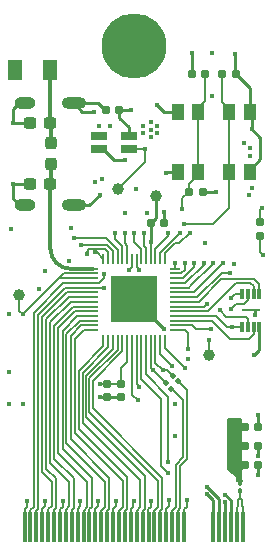
<source format=gbr>
%TF.GenerationSoftware,KiCad,Pcbnew,9.0.0*%
%TF.CreationDate,2025-02-28T21:47:30+01:00*%
%TF.ProjectId,ESP32S3_M.2_Board,45535033-3253-4335-9f4d-2e325f426f61,rev?*%
%TF.SameCoordinates,Original*%
%TF.FileFunction,Copper,L1,Top*%
%TF.FilePolarity,Positive*%
%FSLAX46Y46*%
G04 Gerber Fmt 4.6, Leading zero omitted, Abs format (unit mm)*
G04 Created by KiCad (PCBNEW 9.0.0) date 2025-02-28 21:47:30*
%MOMM*%
%LPD*%
G01*
G04 APERTURE LIST*
G04 Aperture macros list*
%AMRoundRect*
0 Rectangle with rounded corners*
0 $1 Rounding radius*
0 $2 $3 $4 $5 $6 $7 $8 $9 X,Y pos of 4 corners*
0 Add a 4 corners polygon primitive as box body*
4,1,4,$2,$3,$4,$5,$6,$7,$8,$9,$2,$3,0*
0 Add four circle primitives for the rounded corners*
1,1,$1+$1,$2,$3*
1,1,$1+$1,$4,$5*
1,1,$1+$1,$6,$7*
1,1,$1+$1,$8,$9*
0 Add four rect primitives between the rounded corners*
20,1,$1+$1,$2,$3,$4,$5,0*
20,1,$1+$1,$4,$5,$6,$7,0*
20,1,$1+$1,$6,$7,$8,$9,0*
20,1,$1+$1,$8,$9,$2,$3,0*%
G04 Aperture macros list end*
%TA.AperFunction,SMDPad,CuDef*%
%ADD10R,1.340000X0.700000*%
%TD*%
%TA.AperFunction,SMDPad,CuDef*%
%ADD11R,0.300000X0.900000*%
%TD*%
%TA.AperFunction,SMDPad,CuDef*%
%ADD12R,1.650000X0.250000*%
%TD*%
%TA.AperFunction,SMDPad,CuDef*%
%ADD13C,1.000000*%
%TD*%
%TA.AperFunction,ComponentPad*%
%ADD14O,1.800000X1.000000*%
%TD*%
%TA.AperFunction,ComponentPad*%
%ADD15O,2.100000X1.000000*%
%TD*%
%TA.AperFunction,SMDPad,CuDef*%
%ADD16RoundRect,0.160000X0.160000X-0.197500X0.160000X0.197500X-0.160000X0.197500X-0.160000X-0.197500X0*%
%TD*%
%TA.AperFunction,SMDPad,CuDef*%
%ADD17RoundRect,0.155000X-0.212500X-0.155000X0.212500X-0.155000X0.212500X0.155000X-0.212500X0.155000X0*%
%TD*%
%TA.AperFunction,SMDPad,CuDef*%
%ADD18RoundRect,0.100000X-0.162635X0.021213X0.021213X-0.162635X0.162635X-0.021213X-0.021213X0.162635X0*%
%TD*%
%TA.AperFunction,SMDPad,CuDef*%
%ADD19RoundRect,0.237500X0.237500X-0.287500X0.237500X0.287500X-0.237500X0.287500X-0.237500X-0.287500X0*%
%TD*%
%TA.AperFunction,SMDPad,CuDef*%
%ADD20RoundRect,0.050000X-0.350000X-0.050000X0.350000X-0.050000X0.350000X0.050000X-0.350000X0.050000X0*%
%TD*%
%TA.AperFunction,SMDPad,CuDef*%
%ADD21RoundRect,0.050000X-0.050000X-0.350000X0.050000X-0.350000X0.050000X0.350000X-0.050000X0.350000X0*%
%TD*%
%TA.AperFunction,HeatsinkPad*%
%ADD22R,4.000000X4.000000*%
%TD*%
%TA.AperFunction,SMDPad,CuDef*%
%ADD23RoundRect,0.237500X0.300000X0.237500X-0.300000X0.237500X-0.300000X-0.237500X0.300000X-0.237500X0*%
%TD*%
%TA.AperFunction,SMDPad,CuDef*%
%ADD24RoundRect,0.155000X0.212500X0.155000X-0.212500X0.155000X-0.212500X-0.155000X0.212500X-0.155000X0*%
%TD*%
%TA.AperFunction,SMDPad,CuDef*%
%ADD25RoundRect,0.155000X-0.155000X0.212500X-0.155000X-0.212500X0.155000X-0.212500X0.155000X0.212500X0*%
%TD*%
%TA.AperFunction,SMDPad,CuDef*%
%ADD26R,1.000000X1.450000*%
%TD*%
%TA.AperFunction,SMDPad,CuDef*%
%ADD27R,1.150000X1.800000*%
%TD*%
%TA.AperFunction,SMDPad,CuDef*%
%ADD28RoundRect,0.100000X0.100000X-0.130000X0.100000X0.130000X-0.100000X0.130000X-0.100000X-0.130000X0*%
%TD*%
%TA.AperFunction,ComponentPad*%
%ADD29C,5.500000*%
%TD*%
%TA.AperFunction,SMDPad,CuDef*%
%ADD30R,0.350000X2.500000*%
%TD*%
%TA.AperFunction,SMDPad,CuDef*%
%ADD31RoundRect,0.160000X0.197500X0.160000X-0.197500X0.160000X-0.197500X-0.160000X0.197500X-0.160000X0*%
%TD*%
%TA.AperFunction,ViaPad*%
%ADD32C,0.450000*%
%TD*%
%TA.AperFunction,Conductor*%
%ADD33C,0.250000*%
%TD*%
%TA.AperFunction,Conductor*%
%ADD34C,0.150000*%
%TD*%
%TA.AperFunction,Conductor*%
%ADD35C,0.300000*%
%TD*%
G04 APERTURE END LIST*
D10*
%TO.P,LED1,1,DO*%
%TO.N,unconnected-(LED1-DO-Pad1)*%
X225990000Y-98750000D03*
%TO.P,LED1,2,GND*%
%TO.N,Earth*%
X225990000Y-99850000D03*
%TO.P,LED1,3,DI*%
%TO.N,/GPIO46*%
X228460000Y-99850000D03*
%TO.P,LED1,4,VDD*%
%TO.N,+3V3*%
X228460000Y-98750000D03*
%TD*%
D11*
%TO.P,U4,1,~{CS}*%
%TO.N,/FLASH_QSPI_nCS*%
X238040000Y-114910000D03*
%TO.P,U4,2,DO(IO1)*%
%TO.N,/FLASH_QSPI_DO*%
X238540000Y-114910000D03*
%TO.P,U4,3,IO2*%
%TO.N,/FLASH_QSPI_nWP*%
X239040000Y-114910000D03*
%TO.P,U4,4,GND*%
%TO.N,Earth*%
X239540000Y-114910000D03*
%TO.P,U4,5,DI(IO0)*%
%TO.N,/FLASH_QSPI_DI*%
X239540000Y-112110000D03*
%TO.P,U4,6,CLK*%
%TO.N,/FLASH_QSPI_CLK*%
X239040000Y-112110000D03*
%TO.P,U4,7,IO3*%
%TO.N,/FLASH_QSPI_nH*%
X238540000Y-112110000D03*
%TO.P,U4,8,VCC*%
%TO.N,VDD_SPI*%
X238040000Y-112110000D03*
D12*
%TO.P,U4,9,EP*%
%TO.N,Earth*%
X238790000Y-113510000D03*
%TD*%
D13*
%TO.P,TP10,1,1*%
%TO.N,/GPIO46*%
X227525000Y-103250000D03*
%TD*%
D14*
%TO.P,J1,S1,SHIELD*%
%TO.N,Earth*%
X219685000Y-104620000D03*
D15*
X223865000Y-104620000D03*
D14*
X219685000Y-95980000D03*
D15*
X223865000Y-95980000D03*
%TD*%
D16*
%TO.P,R5,1*%
%TO.N,VBUS*%
X239550000Y-107197500D03*
%TO.P,R5,2*%
%TO.N,Net-(U2-EN)*%
X239550000Y-106002500D03*
%TD*%
D17*
%TO.P,C16,1*%
%TO.N,+3V3*%
X230340000Y-106075000D03*
%TO.P,C16,2*%
%TO.N,Earth*%
X231475000Y-106075000D03*
%TD*%
D18*
%TO.P,R3,1*%
%TO.N,/USB_D-*%
X231623726Y-119673726D03*
%TO.P,R3,2*%
%TO.N,/M.2_USB_D-*%
X232076274Y-120126274D03*
%TD*%
D19*
%TO.P,L3,1,1*%
%TO.N,/RF1*%
X221875000Y-101075000D03*
%TO.P,L3,2,2*%
%TO.N,/RF2*%
X221875000Y-99325000D03*
%TD*%
D20*
%TO.P,U3,1,LNA_IN*%
%TO.N,/RF1*%
X225485000Y-109980000D03*
%TO.P,U3,2,VDD3P3*%
%TO.N,+3V3_RF*%
X225485000Y-110380000D03*
%TO.P,U3,3,VDD3P3*%
X225485000Y-110780000D03*
%TO.P,U3,4,CHIP_PU*%
%TO.N,/CHIP_PU*%
X225485000Y-111180000D03*
%TO.P,U3,5,GPIO0*%
%TO.N,/CHIP_BOOT*%
X225485000Y-111580000D03*
%TO.P,U3,6,GPIO1*%
%TO.N,/GPIO1*%
X225485000Y-111980000D03*
%TO.P,U3,7,GPIO2*%
%TO.N,/GPIO2*%
X225485000Y-112380000D03*
%TO.P,U3,8,GPIO3*%
%TO.N,/GPIO3*%
X225485000Y-112780000D03*
%TO.P,U3,9,GPIO4*%
%TO.N,/GPIO4*%
X225485000Y-113180000D03*
%TO.P,U3,10,GPIO5*%
%TO.N,/GPIO5*%
X225485000Y-113580000D03*
%TO.P,U3,11,GPIO6*%
%TO.N,/GPIO6*%
X225485000Y-113980000D03*
%TO.P,U3,12,GPIO7*%
%TO.N,/GPIO7*%
X225485000Y-114380000D03*
%TO.P,U3,13,GPIO8*%
%TO.N,/GPIO8*%
X225485000Y-114780000D03*
%TO.P,U3,14,GPIO9*%
%TO.N,/GPIO9*%
X225485000Y-115180000D03*
D21*
%TO.P,U3,15,GPIO10*%
%TO.N,/GPIO10*%
X226335000Y-116030000D03*
%TO.P,U3,16,GPIO11*%
%TO.N,/GPIO11*%
X226735000Y-116030000D03*
%TO.P,U3,17,GPIO12*%
%TO.N,/GPIO12*%
X227135000Y-116030000D03*
%TO.P,U3,18,GPIO13*%
%TO.N,/GPIO13*%
X227535000Y-116030000D03*
%TO.P,U3,19,GPIO14*%
%TO.N,/GPIO14*%
X227935000Y-116030000D03*
%TO.P,U3,20,VDD3P3_RTC*%
%TO.N,+3V3*%
X228335000Y-116030000D03*
%TO.P,U3,21,XTAL_32K_P*%
%TO.N,/OSC32_IN*%
X228735000Y-116030000D03*
%TO.P,U3,22,XTAL_32K_N*%
%TO.N,/OSC32_OUT*%
X229135000Y-116030000D03*
%TO.P,U3,23,GPIO17*%
%TO.N,/GPIO17*%
X229535000Y-116030000D03*
%TO.P,U3,24,GPIO18*%
%TO.N,/GPIO18*%
X229935000Y-116030000D03*
%TO.P,U3,25,GPIO19/USB_D-*%
%TO.N,/USB_D-*%
X230335000Y-116030000D03*
%TO.P,U3,26,GPIO20/USB_D+*%
%TO.N,/USB_D+*%
X230735000Y-116030000D03*
%TO.P,U3,27,GPIO21*%
%TO.N,/GPIO21*%
X231135000Y-116030000D03*
%TO.P,U3,28,SPICS1*%
%TO.N,/SPICS1*%
X231535000Y-116030000D03*
D20*
%TO.P,U3,29,VDD_SPI*%
%TO.N,VDD_SPI*%
X232385000Y-115180000D03*
%TO.P,U3,30,SPIHD*%
%TO.N,/FLASH_QSPI_nH*%
X232385000Y-114780000D03*
%TO.P,U3,31,SPIWP*%
%TO.N,/FLASH_QSPI_nWP*%
X232385000Y-114380000D03*
%TO.P,U3,32,SPICS0*%
%TO.N,/FLASH_QSPI_nCS*%
X232385000Y-113980000D03*
%TO.P,U3,33,SPICLK*%
%TO.N,/FLASH_QSPI_CLK*%
X232385000Y-113580000D03*
%TO.P,U3,34,SPIQ*%
%TO.N,/FLASH_QSPI_DO*%
X232385000Y-113180000D03*
%TO.P,U3,35,SPID*%
%TO.N,/FLASH_QSPI_DI*%
X232385000Y-112780000D03*
%TO.P,U3,36,SPICLK_N*%
%TO.N,/SPICLK_N*%
X232385000Y-112380000D03*
%TO.P,U3,37,SPICLK_P*%
%TO.N,/SPICLK_P*%
X232385000Y-111980000D03*
%TO.P,U3,38,GPIO33*%
%TO.N,/GPIO33*%
X232385000Y-111580000D03*
%TO.P,U3,39,GPIO34*%
%TO.N,/GPIO34*%
X232385000Y-111180000D03*
%TO.P,U3,40,GPIO35*%
%TO.N,/GPIO35*%
X232385000Y-110780000D03*
%TO.P,U3,41,GPIO36*%
%TO.N,/GPIO36*%
X232385000Y-110380000D03*
%TO.P,U3,42,GPIO37*%
%TO.N,/GPIO37*%
X232385000Y-109980000D03*
D21*
%TO.P,U3,43,GPIO38*%
%TO.N,/GPIO38*%
X231535000Y-109130000D03*
%TO.P,U3,44,MTCK*%
%TO.N,/MTCK*%
X231135000Y-109130000D03*
%TO.P,U3,45,MTDO*%
%TO.N,/MTDO*%
X230735000Y-109130000D03*
%TO.P,U3,46,VDD3P3_CPU*%
%TO.N,+3V3*%
X230335000Y-109130000D03*
%TO.P,U3,47,MTDI*%
%TO.N,/MTDI*%
X229935000Y-109130000D03*
%TO.P,U3,48,MTMS*%
%TO.N,/MTMS*%
X229535000Y-109130000D03*
%TO.P,U3,49,U0TXD*%
%TO.N,/U0TXD*%
X229135000Y-109130000D03*
%TO.P,U3,50,U0RXD*%
%TO.N,/U0RXD*%
X228735000Y-109130000D03*
%TO.P,U3,51,GPIO45*%
%TO.N,/GPIO45*%
X228335000Y-109130000D03*
%TO.P,U3,52,GPIO46*%
%TO.N,/GPIO46*%
X227935000Y-109130000D03*
%TO.P,U3,53,XTAL_N*%
%TO.N,/OSC_OUT*%
X227535000Y-109130000D03*
%TO.P,U3,54,XTAL_P*%
%TO.N,/OSC_IN*%
X227135000Y-109130000D03*
%TO.P,U3,55,VDDA*%
%TO.N,+3V3*%
X226735000Y-109130000D03*
%TO.P,U3,56,VDDA*%
X226335000Y-109130000D03*
D22*
%TO.P,U3,57,GND*%
%TO.N,Earth*%
X228935000Y-112580000D03*
%TD*%
D23*
%TO.P,C15,1*%
%TO.N,/RF2*%
X221812500Y-97675000D03*
%TO.P,C15,2*%
%TO.N,Earth*%
X220087500Y-97675000D03*
%TD*%
D24*
%TO.P,C23,1*%
%TO.N,+3V3*%
X227667500Y-96550000D03*
%TO.P,C23,2*%
%TO.N,Earth*%
X226532500Y-96550000D03*
%TD*%
D25*
%TO.P,C18,1*%
%TO.N,+3V3*%
X226650000Y-119707500D03*
%TO.P,C18,2*%
%TO.N,Earth*%
X226650000Y-120842500D03*
%TD*%
D26*
%TO.P,RST1,1,1*%
%TO.N,Earth*%
X232625000Y-101825000D03*
X232625000Y-96675000D03*
%TO.P,RST1,2,2*%
%TO.N,/CHIP_PU*%
X234325000Y-101825000D03*
X234325000Y-96675000D03*
%TD*%
D17*
%TO.P,C2,1*%
%TO.N,+3V3*%
X238282500Y-126575000D03*
%TO.P,C2,2*%
%TO.N,Earth*%
X239417500Y-126575000D03*
%TD*%
D23*
%TO.P,C12,1*%
%TO.N,/RF1*%
X221837500Y-102825000D03*
%TO.P,C12,2*%
%TO.N,Earth*%
X220112500Y-102825000D03*
%TD*%
D27*
%TO.P,ANT1,1,FEED*%
%TO.N,/RF2*%
X221825000Y-93150000D03*
%TO.P,ANT1,2,NC*%
%TO.N,unconnected-(ANT1-NC-Pad2)*%
X218825000Y-93150000D03*
%TD*%
D25*
%TO.P,C11,1*%
%TO.N,+3V3*%
X227800000Y-119707500D03*
%TO.P,C11,2*%
%TO.N,Earth*%
X227800000Y-120842500D03*
%TD*%
D17*
%TO.P,C1,1*%
%TO.N,+3V3*%
X238290000Y-123375000D03*
%TO.P,C1,2*%
%TO.N,Earth*%
X239425000Y-123375000D03*
%TD*%
D13*
%TO.P,TP9,1,1*%
%TO.N,VDD_SPI*%
X235300000Y-117300000D03*
%TD*%
D18*
%TO.P,R4,1*%
%TO.N,/USB_D+*%
X232223726Y-119073726D03*
%TO.P,R4,2*%
%TO.N,/M.2_USB_D+*%
X232676274Y-119526274D03*
%TD*%
D28*
%TO.P,JP1,1,A*%
%TO.N,Net-(J2-1)*%
X237900000Y-128770000D03*
%TO.P,JP1,2,B*%
%TO.N,+3V3*%
X237900000Y-128130000D03*
%TD*%
D17*
%TO.P,C3,1*%
%TO.N,+3V3*%
X238290000Y-124975000D03*
%TO.P,C3,2*%
%TO.N,Earth*%
X239425000Y-124975000D03*
%TD*%
D13*
%TO.P,TP5,1,1*%
%TO.N,+3V3_RF*%
X219200000Y-112200000D03*
%TD*%
D29*
%TO.P,J2,MOUNTING-HOLE,MP1*%
%TO.N,unconnected-(J2-MP1-PadMOUNTING-HOLE)*%
X228900000Y-91100000D03*
D30*
%TO.P,J2,P$1,1*%
%TO.N,Net-(J2-1)*%
X238150000Y-131850000D03*
%TO.P,J2,P$3,3*%
X237650000Y-131850000D03*
%TO.P,J2,P$5,5*%
%TO.N,Earth*%
X237150000Y-131850000D03*
%TO.P,J2,P$7,7*%
X236650000Y-131850000D03*
%TO.P,J2,P$9,9*%
X236150000Y-131850000D03*
%TO.P,J2,P$11,11*%
X235650000Y-131850000D03*
%TO.P,J2,P$21,21*%
X233150000Y-131850000D03*
%TO.P,J2,P$23,23*%
%TO.N,/M.2_USB_D+*%
X232650000Y-131850000D03*
%TO.P,J2,P$25,25*%
%TO.N,/M.2_USB_D-*%
X232150000Y-131850000D03*
%TO.P,J2,P$27,27*%
%TO.N,Earth*%
X231650000Y-131850000D03*
%TO.P,J2,P$29,29*%
%TO.N,/GPIO14*%
X231150000Y-131850000D03*
%TO.P,J2,P$31,31*%
%TO.N,/GPIO13*%
X230650000Y-131850000D03*
%TO.P,J2,P$33,33*%
%TO.N,Earth*%
X230150000Y-131850000D03*
%TO.P,J2,P$35,35*%
%TO.N,/GPIO12*%
X229650000Y-131850000D03*
%TO.P,J2,P$37,37*%
%TO.N,/GPIO11*%
X229150000Y-131850000D03*
%TO.P,J2,P$39,39*%
%TO.N,Earth*%
X228650000Y-131850000D03*
%TO.P,J2,P$41,41*%
%TO.N,/GPIO10*%
X228150000Y-131850000D03*
%TO.P,J2,P$43,43*%
%TO.N,/GPIO9*%
X227650000Y-131850000D03*
%TO.P,J2,P$45,45*%
%TO.N,Earth*%
X227150000Y-131850000D03*
%TO.P,J2,P$47,47*%
%TO.N,/GPIO8*%
X226650000Y-131850000D03*
%TO.P,J2,P$49,49*%
%TO.N,/GPIO7*%
X226150000Y-131850000D03*
%TO.P,J2,P$51,51*%
%TO.N,Earth*%
X225650000Y-131850000D03*
%TO.P,J2,P$53,53*%
%TO.N,/GPIO6*%
X225150000Y-131850000D03*
%TO.P,J2,P$55,55*%
%TO.N,/GPIO5*%
X224650000Y-131850000D03*
%TO.P,J2,P$57,57*%
%TO.N,Earth*%
X224150000Y-131850000D03*
%TO.P,J2,P$59,59*%
%TO.N,/GPIO4*%
X223650000Y-131850000D03*
%TO.P,J2,P$61,61*%
%TO.N,/GPIO3*%
X223150000Y-131850000D03*
%TO.P,J2,P$63,63*%
%TO.N,Earth*%
X222650000Y-131850000D03*
%TO.P,J2,P$65,65*%
%TO.N,/GPIO2*%
X222150000Y-131850000D03*
%TO.P,J2,P$67,67*%
%TO.N,/GPIO1*%
X221650000Y-131850000D03*
%TO.P,J2,P$69,69*%
%TO.N,Earth*%
X221150000Y-131850000D03*
%TO.P,J2,P$71,71*%
%TO.N,/CHIP_BOOT*%
X220650000Y-131850000D03*
%TO.P,J2,P$73,73*%
%TO.N,/CHIP_PU*%
X220150000Y-131850000D03*
%TO.P,J2,P$75,75*%
%TO.N,Earth*%
X219650000Y-131850000D03*
%TD*%
D31*
%TO.P,R10,1*%
%TO.N,+3V3*%
X234797500Y-103450000D03*
%TO.P,R10,2*%
%TO.N,/CHIP_PU*%
X233602500Y-103450000D03*
%TD*%
D13*
%TO.P,TP7,1,1*%
%TO.N,+3V3*%
X230750000Y-103850000D03*
%TD*%
D24*
%TO.P,C25,1*%
%TO.N,/CHIP_PU*%
X234967500Y-93525000D03*
%TO.P,C25,2*%
%TO.N,Earth*%
X233832500Y-93525000D03*
%TD*%
D17*
%TO.P,C26,1*%
%TO.N,/CHIP_BOOT*%
X236382500Y-93525000D03*
%TO.P,C26,2*%
%TO.N,Earth*%
X237517500Y-93525000D03*
%TD*%
D26*
%TO.P,BOOT1,1,1*%
%TO.N,Earth*%
X238700000Y-96675000D03*
X238700000Y-101825000D03*
%TO.P,BOOT1,2,2*%
%TO.N,/CHIP_BOOT*%
X237000000Y-96675000D03*
X237000000Y-101825000D03*
%TD*%
D32*
%TO.N,VBUS*%
X230325000Y-98850000D03*
X230325000Y-97595997D03*
X226250000Y-102350000D03*
X229100000Y-103200000D03*
X225600000Y-102675000D03*
X230900000Y-98529003D03*
X239850000Y-108850000D03*
X226875000Y-97900000D03*
X230900000Y-97925000D03*
X230325000Y-98200000D03*
X229725000Y-98500000D03*
X225950000Y-97900000D03*
X229725000Y-97925000D03*
%TO.N,Earth*%
X222880000Y-129650000D03*
X235550000Y-95350000D03*
X239150000Y-113900000D03*
X218700000Y-97650000D03*
X224390000Y-129635000D03*
X232425000Y-124125000D03*
X230875000Y-96100000D03*
X218548439Y-106630888D03*
X218365000Y-121475000D03*
X231500000Y-105175000D03*
X237500000Y-91800000D03*
X218365000Y-118690000D03*
X225575000Y-96675000D03*
X228200000Y-100750000D03*
X231650000Y-101850000D03*
X239425000Y-122400000D03*
X218700000Y-102825000D03*
X233390000Y-129582500D03*
X219880000Y-129677500D03*
X236650000Y-129725000D03*
X225915000Y-129632500D03*
X239425000Y-125800000D03*
X231450000Y-115075000D03*
X228880000Y-129625000D03*
X220899569Y-111701651D03*
X218350000Y-113825000D03*
X234900000Y-107800000D03*
X223575000Y-106550000D03*
X238900000Y-98175000D03*
X235100000Y-129050000D03*
X233500000Y-117600000D03*
X233850000Y-91750000D03*
X226000000Y-120850000D03*
X231880000Y-129597500D03*
X221400000Y-110150000D03*
X236650000Y-129120997D03*
X239100000Y-117300000D03*
X232400000Y-121450000D03*
X221390000Y-129677500D03*
X230390000Y-129625000D03*
X239425000Y-127425000D03*
X223400000Y-109300000D03*
X226000000Y-103700000D03*
X227390000Y-129625000D03*
X235100000Y-128445997D03*
%TO.N,+3V3*%
X238875000Y-103150000D03*
X225600000Y-108600000D03*
X224900000Y-108750000D03*
X237375000Y-123200000D03*
X238650000Y-103725000D03*
X235825000Y-103450000D03*
X238750000Y-100425000D03*
X226025000Y-119700000D03*
X237375000Y-123925000D03*
X235550000Y-91750000D03*
X237375000Y-125375000D03*
X238750000Y-99775000D03*
X219500000Y-121475000D03*
X228625000Y-96550000D03*
X230340000Y-107735000D03*
X237375000Y-124650000D03*
X238275000Y-99350000D03*
X237400000Y-109550000D03*
%TO.N,/OSC_IN*%
X224425000Y-107975000D03*
%TO.N,/OSC_OUT*%
X223825000Y-107350000D03*
%TO.N,/OSC32_IN*%
X229225000Y-121125000D03*
%TO.N,/OSC32_OUT*%
X229365000Y-119960000D03*
%TO.N,VDD_SPI*%
X235300000Y-116000000D03*
X237100000Y-112500000D03*
X233500000Y-116750000D03*
%TO.N,/USB_D+*%
X230050000Y-105250000D03*
X231406100Y-118593900D03*
%TO.N,/USB_D-*%
X228150000Y-105250000D03*
X230537200Y-118562800D03*
%TO.N,/FLASH_QSPI_nCS*%
X237200000Y-114910000D03*
%TO.N,/FLASH_QSPI_nH*%
X237100000Y-113412500D03*
X235440000Y-115085000D03*
%TO.N,/FLASH_QSPI_DO*%
X235065000Y-112935000D03*
X236165000Y-113510000D03*
%TO.N,+3V3_RF*%
X219500000Y-113825000D03*
%TO.N,/CHIP_PU*%
X233000000Y-104925000D03*
X226375000Y-110450000D03*
%TO.N,/CHIP_BOOT*%
X226350000Y-111575000D03*
X233125000Y-106175000D03*
%TO.N,/GPIO33*%
X235640000Y-109460000D03*
%TO.N,/GPIO18*%
X231840000Y-126385000D03*
%TO.N,/GPIO35*%
X234015000Y-109460000D03*
%TO.N,/GPIO21*%
X232137500Y-118187500D03*
%TO.N,/SPICLK_P*%
X236465000Y-109460000D03*
%TO.N,/MTCK*%
X232825000Y-106950000D03*
%TO.N,/GPIO37*%
X232390000Y-109460000D03*
%TO.N,/GPIO17*%
X231827500Y-127297500D03*
%TO.N,/MTDO*%
X231800000Y-106950000D03*
%TO.N,/GPIO34*%
X234815000Y-109460000D03*
%TO.N,/U0RXD*%
X228515000Y-110060000D03*
%TO.N,/U0TXD*%
X229340000Y-110060000D03*
%TO.N,/SPICS1*%
X233212500Y-118412500D03*
%TO.N,/MTDI*%
X229740000Y-106960000D03*
%TO.N,/GPIO36*%
X233215000Y-109460000D03*
%TO.N,/GPIO46*%
X229825000Y-99850000D03*
X227315000Y-106960000D03*
%TO.N,/SPICLK_N*%
X237015000Y-110310000D03*
%TO.N,/MTMS*%
X228940000Y-106960000D03*
%TO.N,/GPIO38*%
X233625000Y-106950000D03*
%TO.N,/GPIO45*%
X228140000Y-106960000D03*
%TO.N,Net-(U2-EN)*%
X239775000Y-104800000D03*
%TD*%
D33*
%TO.N,Earth*%
X223865000Y-95980000D02*
X224560000Y-96675000D01*
X224560000Y-96675000D02*
X225575000Y-96675000D01*
X223865000Y-104620000D02*
X225080000Y-104620000D01*
X225080000Y-104620000D02*
X226000000Y-103700000D01*
X218700000Y-104075000D02*
X218700000Y-102825000D01*
X219245000Y-104620000D02*
X218700000Y-104075000D01*
X219685000Y-104620000D02*
X219245000Y-104620000D01*
X223865000Y-95980000D02*
X225887500Y-95980000D01*
X226457500Y-96550000D02*
X225887500Y-95980000D01*
X226532500Y-96550000D02*
X226457500Y-96550000D01*
X218700000Y-96450000D02*
X218700000Y-97650000D01*
X219170000Y-95980000D02*
X218700000Y-96450000D01*
X219685000Y-95980000D02*
X219170000Y-95980000D01*
D34*
%TO.N,/USB_D+*%
X231743900Y-118593900D02*
X232223726Y-119073726D01*
X231406100Y-118593900D02*
X231743900Y-118593900D01*
X230735000Y-117922800D02*
X230735000Y-116030000D01*
X231406100Y-118593900D02*
X230735000Y-117922800D01*
%TO.N,/GPIO21*%
X231135000Y-117185000D02*
X231135000Y-116030000D01*
X232137500Y-118187500D02*
X231135000Y-117185000D01*
%TO.N,/SPICS1*%
X231535000Y-116735000D02*
X231535000Y-116030000D01*
X233212500Y-118412500D02*
X231535000Y-116735000D01*
%TO.N,/FLASH_QSPI_nWP*%
X237500000Y-115900000D02*
X238625000Y-115900000D01*
D33*
%TO.N,Earth*%
X230875000Y-96100000D02*
X231450000Y-96675000D01*
X231450000Y-96675000D02*
X232625000Y-96675000D01*
D34*
%TO.N,/GPIO46*%
X229825000Y-100950000D02*
X229825000Y-99850000D01*
X227525000Y-103250000D02*
X229825000Y-100950000D01*
%TO.N,/GPIO14*%
X227935000Y-116940000D02*
X227935000Y-116030000D01*
X225420000Y-119455000D02*
X227935000Y-116940000D01*
X225420000Y-121765000D02*
X225420000Y-119455000D01*
X231150000Y-130460000D02*
X231315000Y-130295000D01*
X231150000Y-131860000D02*
X231150000Y-130460000D01*
X231315000Y-130295000D02*
X231315000Y-127660000D01*
X231315000Y-127660000D02*
X225420000Y-121765000D01*
%TO.N,/GPIO10*%
X224250000Y-118625000D02*
X226335000Y-116540000D01*
X228315000Y-127590000D02*
X224250000Y-123525000D01*
X226335000Y-116540000D02*
X226335000Y-116030000D01*
X228315000Y-130295000D02*
X228315000Y-127590000D01*
X228150000Y-130460000D02*
X228315000Y-130295000D01*
X224250000Y-123525000D02*
X224250000Y-118625000D01*
X228150000Y-131860000D02*
X228150000Y-130460000D01*
%TO.N,/GPIO12*%
X227135000Y-116765000D02*
X227135000Y-116030000D01*
X224866000Y-119034000D02*
X227135000Y-116765000D01*
X224866000Y-122566000D02*
X224866000Y-119034000D01*
X229650000Y-130460000D02*
X229815000Y-130295000D01*
X229815000Y-130295000D02*
X229815000Y-127515000D01*
X229815000Y-127515000D02*
X224866000Y-122566000D01*
X229650000Y-131860000D02*
X229650000Y-130460000D01*
%TO.N,/GPIO13*%
X225143000Y-122143000D02*
X230965000Y-127965000D01*
X227535000Y-116865000D02*
X225143000Y-119257000D01*
X230965000Y-127965000D02*
X230965000Y-130145000D01*
X230965000Y-130145000D02*
X230650000Y-130460000D01*
X227535000Y-116030000D02*
X227535000Y-116865000D01*
X225143000Y-119257000D02*
X225143000Y-122143000D01*
X230650000Y-130460000D02*
X230650000Y-131860000D01*
%TO.N,/GPIO11*%
X226735000Y-116640000D02*
X224589000Y-118786000D01*
%TO.N,+3V3_RF*%
X219200000Y-113525000D02*
X219500000Y-113825000D01*
X219200000Y-112200000D02*
X219200000Y-113525000D01*
%TO.N,VDD_SPI*%
X233230000Y-115180000D02*
X232385000Y-115180000D01*
X233500000Y-115450000D02*
X233230000Y-115180000D01*
X233500000Y-116750000D02*
X233500000Y-115450000D01*
X235300000Y-117300000D02*
X235300000Y-116000000D01*
%TO.N,VBUS*%
X239850000Y-108850000D02*
X239550000Y-108550000D01*
X239550000Y-108550000D02*
X239550000Y-107197500D01*
%TO.N,Earth*%
X231890000Y-130110000D02*
X231890000Y-129717500D01*
X222640000Y-131870000D02*
X222640000Y-130360000D01*
D33*
X236650000Y-131850000D02*
X236650000Y-129725000D01*
D34*
X227390000Y-129697500D02*
X227380000Y-129687500D01*
D33*
X238700000Y-101825000D02*
X238700000Y-101625000D01*
X239425000Y-123375000D02*
X239425000Y-122400000D01*
D34*
X231890000Y-129717500D02*
X231865000Y-129692500D01*
D33*
X237125000Y-129595997D02*
X237125000Y-131825000D01*
X239425000Y-127425000D02*
X239425000Y-126582500D01*
X238700000Y-94707500D02*
X237517500Y-93525000D01*
D34*
X231635000Y-130365000D02*
X231890000Y-130110000D01*
X219880000Y-130120000D02*
X219880000Y-129677500D01*
X221150000Y-130350000D02*
X221390000Y-130110000D01*
X225915000Y-129732500D02*
X225870000Y-129687500D01*
X224140000Y-130360000D02*
X224390000Y-130110000D01*
D33*
X231500000Y-105175000D02*
X231500000Y-106050000D01*
X239100000Y-117300000D02*
X239540000Y-116860000D01*
X235650000Y-131850000D02*
X235650000Y-129600000D01*
X233850000Y-91750000D02*
X233832500Y-91767500D01*
X239625000Y-98900000D02*
X238900000Y-98175000D01*
X236150000Y-129495997D02*
X236150000Y-131850000D01*
X218725000Y-97675000D02*
X218700000Y-97650000D01*
X238900000Y-98175000D02*
X238900000Y-96875000D01*
D34*
X219650000Y-130350000D02*
X219880000Y-130120000D01*
X233385000Y-129702500D02*
X233375000Y-129692500D01*
D33*
X239540000Y-116860000D02*
X239540000Y-114910000D01*
D34*
X225915000Y-130085000D02*
X225915000Y-129732500D01*
X221150000Y-131860000D02*
X221150000Y-130350000D01*
X225640000Y-131870000D02*
X225640000Y-130360000D01*
D33*
X228935000Y-112585000D02*
X228935000Y-112580000D01*
X226000000Y-120850000D02*
X226007500Y-120842500D01*
D34*
X222640000Y-130360000D02*
X222870000Y-130130000D01*
D33*
X233832500Y-91767500D02*
X233832500Y-93525000D01*
X220112500Y-102825000D02*
X218700000Y-102825000D01*
X226007500Y-120842500D02*
X226650000Y-120842500D01*
X231675000Y-101825000D02*
X232625000Y-101825000D01*
D34*
X228875000Y-130125000D02*
X228875000Y-129682500D01*
X225640000Y-130360000D02*
X225915000Y-130085000D01*
X230145000Y-130355000D02*
X230385000Y-130115000D01*
D33*
X227200000Y-100750000D02*
X226300000Y-99850000D01*
X237125000Y-131825000D02*
X237150000Y-131850000D01*
D34*
X233135000Y-130365000D02*
X233385000Y-130115000D01*
D33*
X236650000Y-129120997D02*
X237125000Y-129595997D01*
X239425000Y-124975000D02*
X239425000Y-125800000D01*
X235650000Y-129600000D02*
X235100000Y-129050000D01*
X226300000Y-99850000D02*
X225990000Y-99850000D01*
X235100000Y-128445997D02*
X236150000Y-129495997D01*
X237500000Y-91800000D02*
X237500000Y-93507500D01*
D34*
X219650000Y-131860000D02*
X219650000Y-130350000D01*
X230385000Y-130115000D02*
X230385000Y-129682500D01*
D33*
X239425000Y-126582500D02*
X239417500Y-126575000D01*
D34*
X227140000Y-130360000D02*
X227390000Y-130110000D01*
D33*
X239625000Y-100700000D02*
X239625000Y-98900000D01*
X238700000Y-101625000D02*
X239625000Y-100700000D01*
D34*
X224390000Y-130110000D02*
X224390000Y-129697500D01*
X227140000Y-131870000D02*
X227140000Y-130360000D01*
D33*
X228200000Y-100750000D02*
X227200000Y-100750000D01*
X220087500Y-97675000D02*
X218725000Y-97675000D01*
X231500000Y-106050000D02*
X231475000Y-106075000D01*
D34*
X233385000Y-130115000D02*
X233385000Y-129702500D01*
X228645000Y-130355000D02*
X228875000Y-130125000D01*
D33*
X237500000Y-93507500D02*
X237517500Y-93525000D01*
D34*
X227390000Y-130110000D02*
X227390000Y-129697500D01*
D33*
X238900000Y-96875000D02*
X238700000Y-96675000D01*
D34*
X221390000Y-130110000D02*
X221390000Y-129677500D01*
X230145000Y-131865000D02*
X230145000Y-130355000D01*
X224390000Y-129697500D02*
X224380000Y-129687500D01*
D33*
X239150000Y-113525000D02*
X239150000Y-113900000D01*
D34*
X228645000Y-131865000D02*
X228645000Y-130355000D01*
D33*
X231450000Y-115075000D02*
X231425000Y-115075000D01*
X238700000Y-96675000D02*
X238700000Y-94707500D01*
D34*
X233135000Y-131875000D02*
X233135000Y-130365000D01*
X222870000Y-130130000D02*
X222870000Y-129687500D01*
D33*
X231425000Y-115075000D02*
X228935000Y-112585000D01*
D34*
X224140000Y-131870000D02*
X224140000Y-130360000D01*
D33*
X231650000Y-101850000D02*
X231675000Y-101825000D01*
X226650000Y-120842500D02*
X227800000Y-120842500D01*
D34*
X231635000Y-131875000D02*
X231635000Y-130365000D01*
%TO.N,+3V3*%
X224900000Y-108550000D02*
X225150000Y-108300000D01*
D33*
X230340000Y-106075000D02*
X230345000Y-106080000D01*
D34*
X226450000Y-108300000D02*
X226735000Y-108585000D01*
D33*
X230345000Y-107730000D02*
X230340000Y-107735000D01*
D34*
X226735000Y-108585000D02*
X226735000Y-109130000D01*
X225150000Y-108300000D02*
X226450000Y-108300000D01*
X226032500Y-119707500D02*
X226025000Y-119700000D01*
X225805000Y-108600000D02*
X226335000Y-109130000D01*
X226650000Y-119707500D02*
X227800000Y-119707500D01*
D33*
X227667500Y-96550000D02*
X227667500Y-97192500D01*
X227667500Y-96550000D02*
X228625000Y-96550000D01*
X237900000Y-128130000D02*
X237900000Y-126957500D01*
X227667500Y-97192500D02*
X228460000Y-97985000D01*
X230750000Y-105665000D02*
X230340000Y-106075000D01*
X230750000Y-103850000D02*
X230750000Y-105665000D01*
D34*
X228335000Y-117865000D02*
X227800000Y-118400000D01*
X226650000Y-119707500D02*
X226032500Y-119707500D01*
D33*
X230345000Y-106080000D02*
X230345000Y-107730000D01*
D34*
X224900000Y-108750000D02*
X224900000Y-108550000D01*
X230335000Y-109130000D02*
X230335000Y-107740000D01*
D33*
X228460000Y-97985000D02*
X228460000Y-98750000D01*
D34*
X228335000Y-116030000D02*
X228335000Y-117865000D01*
X225600000Y-108600000D02*
X225805000Y-108600000D01*
D33*
X234797500Y-103450000D02*
X235825000Y-103450000D01*
X237900000Y-126957500D02*
X238282500Y-126575000D01*
D34*
X227800000Y-118400000D02*
X227800000Y-119707500D01*
X230335000Y-107740000D02*
X230340000Y-107735000D01*
%TO.N,/OSC_IN*%
X226605000Y-107975000D02*
X227135000Y-108505000D01*
X224425000Y-107975000D02*
X226605000Y-107975000D01*
X227135000Y-108505000D02*
X227135000Y-109130000D01*
%TO.N,/OSC_OUT*%
X226530000Y-107350000D02*
X227535000Y-108355000D01*
X227535000Y-108355000D02*
X227535000Y-109130000D01*
X223825000Y-107350000D02*
X226530000Y-107350000D01*
%TO.N,/OSC32_IN*%
X229225000Y-121125000D02*
X228735000Y-120635000D01*
X228735000Y-120635000D02*
X228735000Y-116030000D01*
%TO.N,/OSC32_OUT*%
X229135000Y-119730000D02*
X229135000Y-116030000D01*
X229365000Y-119960000D02*
X229135000Y-119730000D01*
%TO.N,VDD_SPI*%
X237490000Y-112110000D02*
X238040000Y-112110000D01*
X237100000Y-112500000D02*
X237490000Y-112110000D01*
%TO.N,/USB_D-*%
X230335000Y-118360600D02*
X230537200Y-118562800D01*
X230562800Y-118562800D02*
X231623726Y-119623726D01*
X231623726Y-119623726D02*
X231623726Y-119673726D01*
X230537200Y-118562800D02*
X230562800Y-118562800D01*
X230335000Y-116030000D02*
X230335000Y-118360600D01*
%TO.N,/M.2_USB_D-*%
X232465000Y-126560000D02*
X233100000Y-125925000D01*
X232465000Y-130120000D02*
X232465000Y-126560000D01*
X233100000Y-125925000D02*
X233100000Y-121100000D01*
X232125000Y-130460000D02*
X232465000Y-130120000D01*
X233100000Y-121100000D02*
X232126274Y-120126274D01*
X232126274Y-120126274D02*
X232076274Y-120126274D01*
X232125000Y-131860000D02*
X232125000Y-130460000D01*
%TO.N,/M.2_USB_D+*%
X232815000Y-130270000D02*
X232815000Y-126660000D01*
X233400000Y-126075000D02*
X233400000Y-120250000D01*
X232625000Y-130460000D02*
X232815000Y-130270000D01*
X233400000Y-120250000D02*
X232676274Y-119526274D01*
X232815000Y-126660000D02*
X233400000Y-126075000D01*
X232625000Y-131860000D02*
X232625000Y-130460000D01*
%TO.N,/FLASH_QSPI_nCS*%
X232385000Y-113980000D02*
X235860000Y-113980000D01*
X237350000Y-114910000D02*
X238040000Y-114910000D01*
X237350000Y-114910000D02*
X237200000Y-114910000D01*
X235860000Y-113980000D02*
X236790000Y-114910000D01*
X236790000Y-114910000D02*
X237350000Y-114910000D01*
%TO.N,/FLASH_QSPI_CLK*%
X235204889Y-113580000D02*
X237584889Y-111200000D01*
X232385000Y-113580000D02*
X235204889Y-113580000D01*
X239040000Y-111460000D02*
X239040000Y-112110000D01*
X238780000Y-111200000D02*
X239040000Y-111460000D01*
X237584889Y-111200000D02*
X238780000Y-111200000D01*
%TO.N,/RF1*%
X221875000Y-102787500D02*
X221837500Y-102825000D01*
D35*
X221837500Y-102825000D02*
X221850000Y-102825000D01*
X221875000Y-101075000D02*
X221875000Y-102787500D01*
X221850000Y-102825000D02*
X221850000Y-108311242D01*
X223518758Y-109980000D02*
X225485000Y-109980000D01*
X221850000Y-108311242D02*
G75*
G03*
X223518758Y-109980000I1668800J42D01*
G01*
D34*
%TO.N,/RF2*%
X221812500Y-93162500D02*
X221825000Y-93150000D01*
D35*
X221875000Y-97737500D02*
X221812500Y-97675000D01*
X221812500Y-97675000D02*
X221812500Y-93162500D01*
X221875000Y-99325000D02*
X221875000Y-97737500D01*
D34*
%TO.N,/FLASH_QSPI_DI*%
X239540000Y-112110000D02*
X239540000Y-111310000D01*
X239540000Y-111310000D02*
X239115000Y-110885000D01*
X234420000Y-112780000D02*
X232385000Y-112780000D01*
X236315000Y-110885000D02*
X234420000Y-112780000D01*
X239115000Y-110885000D02*
X236315000Y-110885000D01*
%TO.N,/FLASH_QSPI_nH*%
X237100000Y-113412500D02*
X237562500Y-112950000D01*
X238540000Y-112660000D02*
X238540000Y-112110000D01*
X234135000Y-115085000D02*
X233830000Y-114780000D01*
X233830000Y-114780000D02*
X232385000Y-114780000D01*
X238250000Y-112950000D02*
X238540000Y-112660000D01*
X237562500Y-112950000D02*
X238250000Y-112950000D01*
X235440000Y-115085000D02*
X234135000Y-115085000D01*
%TO.N,/FLASH_QSPI_nWP*%
X232385000Y-114380000D02*
X235535000Y-114380000D01*
X238625000Y-115900000D02*
X239040000Y-115485000D01*
X239040000Y-115485000D02*
X239040000Y-114910000D01*
X237055000Y-115900000D02*
X237500000Y-115900000D01*
X235535000Y-114380000D02*
X237055000Y-115900000D01*
%TO.N,/FLASH_QSPI_DO*%
X238390000Y-114060000D02*
X238540000Y-114210000D01*
X235065000Y-112935000D02*
X234808000Y-113192000D01*
X234808000Y-113192000D02*
X232397000Y-113192000D01*
X232397000Y-113192000D02*
X232385000Y-113180000D01*
X236165000Y-113510000D02*
X236715000Y-114060000D01*
X236715000Y-114060000D02*
X238390000Y-114060000D01*
X238540000Y-114210000D02*
X238540000Y-114910000D01*
%TO.N,+3V3_RF*%
X222606108Y-110780000D02*
X222593054Y-110793054D01*
X223006109Y-110380000D02*
X222593054Y-110793054D01*
X225485000Y-110380000D02*
X223006109Y-110380000D01*
X219561109Y-113825000D02*
X219500000Y-113825000D01*
X225485000Y-110780000D02*
X222606108Y-110780000D01*
X222593054Y-110793054D02*
X219561109Y-113825000D01*
%TO.N,/CHIP_PU*%
X234325000Y-102052500D02*
X234325000Y-101825000D01*
X233000000Y-104850000D02*
X233000000Y-104025000D01*
X220150000Y-130425000D02*
X220435000Y-130140000D01*
X234967500Y-95807500D02*
X234967500Y-93525000D01*
X222945000Y-111180000D02*
X225485000Y-111180000D01*
X234325000Y-101825000D02*
X234325000Y-96675000D01*
X234325000Y-96450000D02*
X234967500Y-95807500D01*
X226375000Y-110450000D02*
X226375000Y-110750000D01*
X233000000Y-104025000D02*
X233575000Y-103450000D01*
X233575000Y-103450000D02*
X233602500Y-103450000D01*
X220435000Y-113690000D02*
X222945000Y-111180000D01*
X220150000Y-131860000D02*
X220150000Y-130425000D01*
X226375000Y-110750000D02*
X225945000Y-111180000D01*
X233602500Y-102775000D02*
X234325000Y-102052500D01*
X220435000Y-130140000D02*
X220435000Y-113690000D01*
X234325000Y-96675000D02*
X234325000Y-96450000D01*
X233602500Y-103450000D02*
X233602500Y-102775000D01*
X225945000Y-111180000D02*
X225485000Y-111180000D01*
%TO.N,/CHIP_BOOT*%
X223120000Y-111580000D02*
X220815000Y-113885000D01*
X237000000Y-104820000D02*
X237000000Y-101825000D01*
X220815000Y-113885000D02*
X220815000Y-130335000D01*
X236575000Y-96032500D02*
X236575000Y-96250000D01*
X225485000Y-111580000D02*
X223120000Y-111580000D01*
X220815000Y-130335000D02*
X220650000Y-130500000D01*
X235645000Y-106175000D02*
X237000000Y-104820000D01*
X236382500Y-95840000D02*
X236575000Y-96032500D01*
X236575000Y-96250000D02*
X237000000Y-96675000D01*
X236382500Y-93525000D02*
X236382500Y-95840000D01*
X237000000Y-101825000D02*
X237000000Y-96675000D01*
X233125000Y-106175000D02*
X235645000Y-106175000D01*
X220650000Y-130500000D02*
X220650000Y-131860000D01*
X226345000Y-111580000D02*
X225485000Y-111580000D01*
X226350000Y-111575000D02*
X226345000Y-111580000D01*
%TO.N,/GPIO33*%
X233667662Y-111485000D02*
X235592662Y-109560000D01*
X232385000Y-111580000D02*
X233570000Y-111580000D01*
X233570000Y-111580000D02*
X233665000Y-111485000D01*
X233665000Y-111485000D02*
X233667662Y-111485000D01*
%TO.N,/GPIO18*%
X231840000Y-126385000D02*
X231840000Y-120810000D01*
X231840000Y-120810000D02*
X229935000Y-118905000D01*
X229935000Y-118905000D02*
X229935000Y-116030000D01*
%TO.N,/GPIO9*%
X224670000Y-115180000D02*
X225485000Y-115180000D01*
X227650000Y-131860000D02*
X227650000Y-130460000D01*
X223900000Y-115950000D02*
X224670000Y-115180000D01*
X223900000Y-123920000D02*
X223900000Y-115950000D01*
X227650000Y-130460000D02*
X227965000Y-130145000D01*
X227965000Y-130145000D02*
X227965000Y-127985000D01*
X227965000Y-127985000D02*
X223900000Y-123920000D01*
%TO.N,/GPIO2*%
X222315000Y-127715000D02*
X222315000Y-130210000D01*
X223395000Y-112380000D02*
X221500000Y-114275000D01*
X222150000Y-130375000D02*
X222150000Y-131860000D01*
X221500000Y-126900000D02*
X222315000Y-127715000D01*
X222315000Y-130210000D02*
X222150000Y-130375000D01*
X221500000Y-114275000D02*
X221500000Y-126900000D01*
X225485000Y-112380000D02*
X223395000Y-112380000D01*
%TO.N,/GPIO5*%
X222525000Y-125570000D02*
X222525000Y-114986637D01*
X222525000Y-114986637D02*
X223931637Y-113580000D01*
X223931637Y-113580000D02*
X225485000Y-113580000D01*
X224965000Y-128010000D02*
X222525000Y-125570000D01*
X224650000Y-130460000D02*
X224965000Y-130145000D01*
X224650000Y-131860000D02*
X224650000Y-130460000D01*
X224965000Y-130145000D02*
X224965000Y-128010000D01*
%TO.N,/GPIO8*%
X226650000Y-130460000D02*
X226650000Y-131860000D01*
X223550000Y-124400000D02*
X226815000Y-127665000D01*
X226815000Y-130295000D02*
X226650000Y-130460000D01*
X223550000Y-115700000D02*
X223550000Y-124400000D01*
X225485000Y-114780000D02*
X224470000Y-114780000D01*
X226815000Y-127665000D02*
X226815000Y-130295000D01*
X224470000Y-114780000D02*
X223550000Y-115700000D01*
%TO.N,/GPIO7*%
X226150000Y-130460000D02*
X226150000Y-131860000D01*
X226490000Y-130120000D02*
X226150000Y-130460000D01*
X224310245Y-114380000D02*
X223200000Y-115490245D01*
X225485000Y-114380000D02*
X224310245Y-114380000D01*
X223200000Y-124770000D02*
X226490000Y-128060000D01*
X223200000Y-115490245D02*
X223200000Y-124770000D01*
X226490000Y-128060000D02*
X226490000Y-130120000D01*
%TO.N,/GPIO3*%
X223440000Y-130085000D02*
X223440000Y-128003578D01*
X223557500Y-112780000D02*
X225485000Y-112780000D01*
X221850000Y-114487500D02*
X223557500Y-112780000D01*
X223440000Y-128003578D02*
X221850000Y-126413578D01*
X223150000Y-131860000D02*
X223150000Y-130375000D01*
X223150000Y-130375000D02*
X223440000Y-130085000D01*
X221850000Y-126413578D02*
X221850000Y-114487500D01*
%TO.N,/GPIO35*%
X234015000Y-109835000D02*
X233065000Y-110785000D01*
X233065000Y-110785000D02*
X232390000Y-110785000D01*
X234015000Y-109460000D02*
X234015000Y-109835000D01*
%TO.N,/SPICLK_P*%
X236465000Y-109485000D02*
X236465000Y-109460000D01*
X233970000Y-111980000D02*
X236465000Y-109485000D01*
X232385000Y-111980000D02*
X233970000Y-111980000D01*
%TO.N,/MTCK*%
X231135000Y-108640000D02*
X232825000Y-106950000D01*
X231135000Y-109130000D02*
X231135000Y-108640000D01*
%TO.N,/GPIO37*%
X232390000Y-109460000D02*
X232390000Y-109975000D01*
X232390000Y-109975000D02*
X232385000Y-109980000D01*
%TO.N,/GPIO17*%
X231215000Y-126685000D02*
X231215000Y-121015000D01*
X231827500Y-127297500D02*
X231215000Y-126685000D01*
X229535000Y-119335000D02*
X229535000Y-116030000D01*
X231215000Y-121015000D02*
X229535000Y-119335000D01*
%TO.N,/MTDO*%
X230735000Y-108305000D02*
X230735000Y-109130000D01*
X231800000Y-106950000D02*
X231800000Y-107240000D01*
X231800000Y-107240000D02*
X230735000Y-108305000D01*
%TO.N,/GPIO34*%
X232385000Y-111180000D02*
X233270000Y-111180000D01*
X233270000Y-111180000D02*
X234815000Y-109635000D01*
X234815000Y-109635000D02*
X234815000Y-109460000D01*
%TO.N,/GPIO4*%
X223815000Y-127740000D02*
X222175000Y-126100000D01*
X223796800Y-113180000D02*
X225485000Y-113180000D01*
X223650000Y-131860000D02*
X223650000Y-130375000D01*
X223650000Y-130375000D02*
X223815000Y-130210000D01*
X222175000Y-126100000D02*
X222175000Y-114801800D01*
X222175000Y-114801800D02*
X223796800Y-113180000D01*
X223815000Y-130210000D02*
X223815000Y-127740000D01*
%TO.N,/U0RXD*%
X228735000Y-109840000D02*
X228735000Y-109130000D01*
X228515000Y-110060000D02*
X228735000Y-109840000D01*
%TO.N,/U0TXD*%
X229135000Y-109855000D02*
X229135000Y-109130000D01*
X229340000Y-110060000D02*
X229135000Y-109855000D01*
%TO.N,/GPIO1*%
X221650000Y-130344974D02*
X221650000Y-131860000D01*
X221150000Y-127219264D02*
X221965000Y-128034264D01*
X221965000Y-130029974D02*
X221650000Y-130344974D01*
X221150000Y-114085028D02*
X221150000Y-127219264D01*
X221965000Y-128034264D02*
X221965000Y-130029974D01*
X223255028Y-111980000D02*
X221150000Y-114085028D01*
X225485000Y-111980000D02*
X223255028Y-111980000D01*
%TO.N,/MTDI*%
X229945000Y-108235000D02*
X229740000Y-108030000D01*
X229740000Y-108030000D02*
X229740000Y-106960000D01*
X229945000Y-109130000D02*
X229945000Y-108235000D01*
%TO.N,/GPIO36*%
X232935000Y-110365000D02*
X232370000Y-110365000D01*
X233215000Y-109485000D02*
X233215000Y-110085000D01*
X233215000Y-110085000D02*
X232935000Y-110365000D01*
%TO.N,/GPIO46*%
X229825000Y-99850000D02*
X228460000Y-99850000D01*
X227935000Y-108080000D02*
X227935000Y-109130000D01*
X227315000Y-107460000D02*
X227935000Y-108080000D01*
X227315000Y-106960000D02*
X227315000Y-107460000D01*
%TO.N,/SPICLK_N*%
X232385000Y-112380000D02*
X234270000Y-112380000D01*
X234270000Y-112380000D02*
X236340000Y-110310000D01*
X237015000Y-110310000D02*
X236340000Y-110310000D01*
%TO.N,/MTMS*%
X228940000Y-107685000D02*
X228940000Y-106960000D01*
X229540000Y-109120000D02*
X229540000Y-108285000D01*
X229540000Y-108285000D02*
X228940000Y-107685000D01*
%TO.N,/GPIO6*%
X222875000Y-125225000D02*
X222875000Y-115225000D01*
X225340000Y-130161738D02*
X225340000Y-127690000D01*
X224120000Y-113980000D02*
X225485000Y-113980000D01*
X225150000Y-131860000D02*
X225150000Y-130351738D01*
X222875000Y-115225000D02*
X224120000Y-113980000D01*
X225150000Y-130351738D02*
X225340000Y-130161738D01*
X225340000Y-127690000D02*
X222875000Y-125225000D01*
%TO.N,/GPIO38*%
X233625000Y-106950000D02*
X232750000Y-107825000D01*
X232350000Y-107825000D02*
X231540000Y-108635000D01*
X232750000Y-107825000D02*
X232350000Y-107825000D01*
X231540000Y-108635000D02*
X231540000Y-109135000D01*
%TO.N,/GPIO11*%
X224589000Y-123033264D02*
X229465000Y-127909264D01*
X229465000Y-130145000D02*
X229150000Y-130460000D01*
X224589000Y-118786000D02*
X224589000Y-123033264D01*
X229465000Y-127909264D02*
X229465000Y-130145000D01*
X229150000Y-130460000D02*
X229150000Y-131860000D01*
X226735000Y-116030000D02*
X226735000Y-116640000D01*
%TO.N,/GPIO45*%
X228335000Y-108030000D02*
X228335000Y-109130000D01*
X228140000Y-106960000D02*
X228140000Y-107835000D01*
X228140000Y-107835000D02*
X228335000Y-108030000D01*
%TO.N,Net-(J2-1)*%
X238150000Y-131838750D02*
X238150000Y-130188750D01*
X237650000Y-131850000D02*
X237650000Y-130200000D01*
X238150000Y-130188750D02*
X238050000Y-130088750D01*
X237650000Y-130200000D02*
X237750000Y-130100000D01*
X237900000Y-129411250D02*
X237900000Y-128750000D01*
X237750000Y-130100000D02*
X237750000Y-129572500D01*
X238050000Y-129561250D02*
X237900000Y-129411250D01*
X238050000Y-130088750D02*
X238050000Y-129561250D01*
X237750000Y-129572500D02*
X237900000Y-129422500D01*
%TO.N,Net-(U2-EN)*%
X239775000Y-104800000D02*
X239550000Y-105025000D01*
X239550000Y-105025000D02*
X239550000Y-106002500D01*
%TD*%
%TA.AperFunction,Conductor*%
%TO.N,+3V3*%
G36*
X238015677Y-122669685D02*
G01*
X238036319Y-122686319D01*
X238063681Y-122713681D01*
X238097166Y-122775004D01*
X238100000Y-122801362D01*
X238100000Y-127800000D01*
X238127819Y-127827819D01*
X238161304Y-127889142D01*
X238156320Y-127958834D01*
X238114448Y-128014767D01*
X238048984Y-128039184D01*
X238040138Y-128039500D01*
X237760643Y-128039500D01*
X237715182Y-128045485D01*
X237646147Y-128034717D01*
X237593893Y-127988336D01*
X237575000Y-127922545D01*
X237575000Y-127624999D01*
X236824600Y-127062199D01*
X236782779Y-127006228D01*
X236775000Y-126962999D01*
X236775000Y-122801362D01*
X236783644Y-122771921D01*
X236790168Y-122741935D01*
X236793922Y-122736919D01*
X236794685Y-122734323D01*
X236811319Y-122713681D01*
X236838681Y-122686319D01*
X236900004Y-122652834D01*
X236926362Y-122650000D01*
X237948638Y-122650000D01*
X238015677Y-122669685D01*
G37*
%TD.AperFunction*%
%TD*%
M02*

</source>
